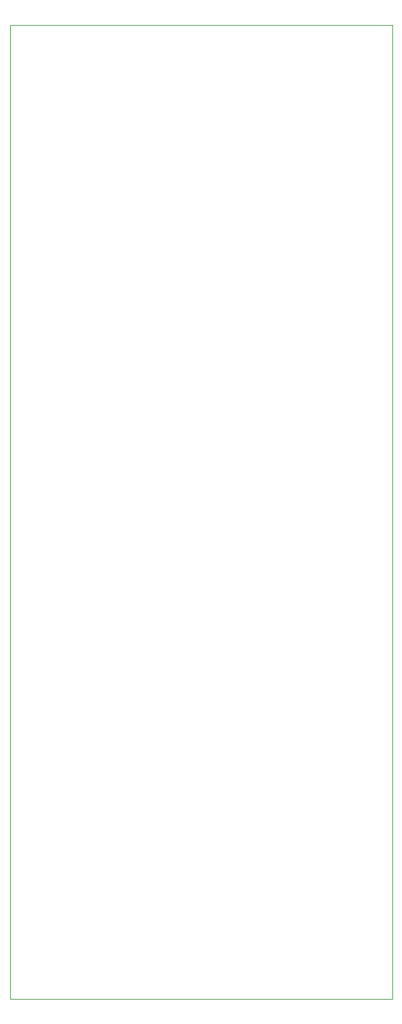
<source format=gbr>
%TF.GenerationSoftware,KiCad,Pcbnew,7.0.6*%
%TF.CreationDate,2023-07-23T13:51:40-05:00*%
%TF.ProjectId,ssi2131_ref,73736932-3133-4315-9f72-65662e6b6963,rev?*%
%TF.SameCoordinates,Original*%
%TF.FileFunction,Profile,NP*%
%FSLAX46Y46*%
G04 Gerber Fmt 4.6, Leading zero omitted, Abs format (unit mm)*
G04 Created by KiCad (PCBNEW 7.0.6) date 2023-07-23 13:51:40*
%MOMM*%
%LPD*%
G01*
G04 APERTURE LIST*
%TA.AperFunction,Profile*%
%ADD10C,0.100000*%
%TD*%
G04 APERTURE END LIST*
D10*
X122030000Y-26663000D02*
X172530000Y-26663000D01*
X172530000Y-155163000D01*
X122030000Y-155163000D01*
X122030000Y-26663000D01*
M02*

</source>
